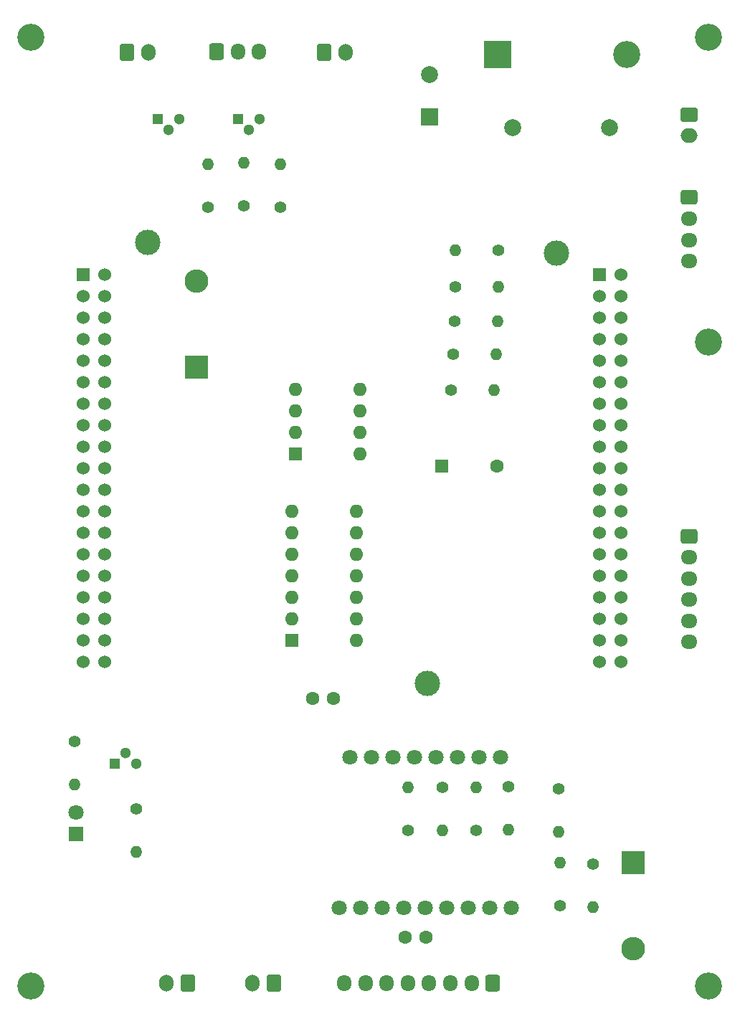
<source format=gbr>
%TF.GenerationSoftware,KiCad,Pcbnew,(7.0.0-0)*%
%TF.CreationDate,2023-03-19T23:14:05+09:00*%
%TF.ProjectId,Spct,53706374-2e6b-4696-9361-645f70636258,rev?*%
%TF.SameCoordinates,PX2540608PY1ee3f58*%
%TF.FileFunction,Soldermask,Bot*%
%TF.FilePolarity,Negative*%
%FSLAX46Y46*%
G04 Gerber Fmt 4.6, Leading zero omitted, Abs format (unit mm)*
G04 Created by KiCad (PCBNEW (7.0.0-0)) date 2023-03-19 23:14:05*
%MOMM*%
%LPD*%
G01*
G04 APERTURE LIST*
G04 Aperture macros list*
%AMRoundRect*
0 Rectangle with rounded corners*
0 $1 Rounding radius*
0 $2 $3 $4 $5 $6 $7 $8 $9 X,Y pos of 4 corners*
0 Add a 4 corners polygon primitive as box body*
4,1,4,$2,$3,$4,$5,$6,$7,$8,$9,$2,$3,0*
0 Add four circle primitives for the rounded corners*
1,1,$1+$1,$2,$3*
1,1,$1+$1,$4,$5*
1,1,$1+$1,$6,$7*
1,1,$1+$1,$8,$9*
0 Add four rect primitives between the rounded corners*
20,1,$1+$1,$2,$3,$4,$5,0*
20,1,$1+$1,$4,$5,$6,$7,0*
20,1,$1+$1,$6,$7,$8,$9,0*
20,1,$1+$1,$8,$9,$2,$3,0*%
G04 Aperture macros list end*
%ADD10C,1.530000*%
%ADD11R,1.530000X1.530000*%
%ADD12C,3.000000*%
%ADD13C,3.200000*%
%ADD14O,1.400000X1.400000*%
%ADD15C,1.400000*%
%ADD16R,1.600000X1.600000*%
%ADD17C,1.600000*%
%ADD18R,2.800000X2.800000*%
%ADD19O,2.800000X2.800000*%
%ADD20R,1.800000X1.800000*%
%ADD21C,1.800000*%
%ADD22R,1.300000X1.300000*%
%ADD23C,1.300000*%
%ADD24RoundRect,0.250000X-0.725000X0.600000X-0.725000X-0.600000X0.725000X-0.600000X0.725000X0.600000X0*%
%ADD25O,1.950000X1.700000*%
%ADD26RoundRect,0.250000X-0.750000X0.600000X-0.750000X-0.600000X0.750000X-0.600000X0.750000X0.600000X0*%
%ADD27O,2.000000X1.700000*%
%ADD28RoundRect,0.250000X0.600000X0.725000X-0.600000X0.725000X-0.600000X-0.725000X0.600000X-0.725000X0*%
%ADD29O,1.700000X1.950000*%
%ADD30C,2.000000*%
%ADD31RoundRect,0.250000X0.600000X0.750000X-0.600000X0.750000X-0.600000X-0.750000X0.600000X-0.750000X0*%
%ADD32O,1.700000X2.000000*%
%ADD33RoundRect,0.250000X-0.600000X-0.750000X0.600000X-0.750000X0.600000X0.750000X-0.600000X0.750000X0*%
%ADD34R,3.200000X3.200000*%
%ADD35O,3.200000X3.200000*%
%ADD36O,1.600000X1.600000*%
%ADD37R,2.000000X2.000000*%
%ADD38RoundRect,0.250000X-0.600000X-0.725000X0.600000X-0.725000X0.600000X0.725000X-0.600000X0.725000X0*%
G04 APERTURE END LIST*
D10*
%TO.C,U1*%
X73660000Y-77724000D03*
X71120000Y-77724000D03*
X73660000Y-75184000D03*
X71120000Y-75184000D03*
X73660000Y-72644000D03*
X71120000Y-72644000D03*
X73660000Y-70104000D03*
X71120000Y-70104000D03*
X73660000Y-67564000D03*
X71120000Y-67564000D03*
X73660000Y-65024000D03*
X71120000Y-65024000D03*
X73660000Y-62484000D03*
X71120000Y-62484000D03*
X73660000Y-59944000D03*
X71120000Y-59944000D03*
X73660000Y-57404000D03*
X71120000Y-57404000D03*
X73660000Y-54864000D03*
X71120000Y-54864000D03*
X73660000Y-52324000D03*
X71120000Y-52324000D03*
X73660000Y-49784000D03*
X71120000Y-49784000D03*
X73660000Y-47244000D03*
X71120000Y-47244000D03*
X73660000Y-44704000D03*
X71120000Y-44704000D03*
X73660000Y-42164000D03*
X71120000Y-42164000D03*
X73660000Y-39624000D03*
X71120000Y-39624000D03*
X73660000Y-37084000D03*
X71120000Y-37084000D03*
X73660000Y-34544000D03*
X71120000Y-34544000D03*
X73660000Y-32004000D03*
D11*
X71119999Y-32003999D03*
D10*
X12700000Y-77724000D03*
X10160000Y-77724000D03*
X12700000Y-75184000D03*
X10160000Y-75184000D03*
X12700000Y-72644000D03*
X10160000Y-72644000D03*
X12700000Y-70104000D03*
X10160000Y-70104000D03*
X12700000Y-67564000D03*
X10160000Y-67564000D03*
X12700000Y-65024000D03*
X10160000Y-65024000D03*
X12700000Y-62484000D03*
X10160000Y-62484000D03*
X12700000Y-59944000D03*
X10160000Y-59944000D03*
X12700000Y-57404000D03*
X10160000Y-57404000D03*
X12700000Y-54864000D03*
X10160000Y-54864000D03*
X12700000Y-52324000D03*
X10160000Y-52324000D03*
X12700000Y-49784000D03*
X10160000Y-49784000D03*
X12700000Y-47244000D03*
X10160000Y-47244000D03*
X12700000Y-44704000D03*
X10160000Y-44704000D03*
X12700000Y-42164000D03*
X10160000Y-42164000D03*
X12700000Y-39624000D03*
X10160000Y-39624000D03*
X12700000Y-37084000D03*
X10160000Y-37084000D03*
X12700000Y-34544000D03*
X10160000Y-34544000D03*
X12700000Y-32004000D03*
D11*
X10159999Y-32003999D03*
D12*
X66040000Y-29464000D03*
X50800000Y-80264000D03*
X17780000Y-28194000D03*
%TD*%
D13*
%TO.C,REF\u002A\u002A*%
X84000000Y-40000000D03*
%TD*%
%TO.C,REF\u002A\u002A*%
X84000000Y-116000000D03*
%TD*%
%TO.C,REF\u002A\u002A*%
X4000000Y-116000000D03*
%TD*%
%TO.C,REF\u002A\u002A*%
X84000000Y-4000000D03*
%TD*%
%TO.C,REF\u002A\u002A*%
X4000000Y-4000000D03*
%TD*%
D14*
%TO.C,R1*%
X54101999Y-29082999D03*
D15*
X59182000Y-29083000D03*
%TD*%
%TO.C,R7*%
X48498000Y-97636000D03*
D14*
X48497999Y-92555999D03*
%TD*%
D15*
%TO.C,R11*%
X16367000Y-95096000D03*
D14*
X16366999Y-100175999D03*
%TD*%
D15*
%TO.C,R6*%
X52562000Y-92556000D03*
D14*
X52561999Y-97635999D03*
%TD*%
D15*
%TO.C,R12*%
X54102000Y-33401000D03*
D14*
X59181999Y-33400999D03*
%TD*%
D15*
%TO.C,R4*%
X66405000Y-106526000D03*
D14*
X66404999Y-101445999D03*
%TD*%
D15*
%TO.C,R16*%
X53848000Y-41402000D03*
D14*
X58927999Y-41401999D03*
%TD*%
D15*
%TO.C,R3*%
X70342000Y-101573000D03*
D14*
X70341999Y-106652999D03*
%TD*%
D15*
%TO.C,R2*%
X66278000Y-92683000D03*
D14*
X66277999Y-97762999D03*
%TD*%
D16*
%TO.C,BZ1*%
X52502999Y-54609999D03*
D17*
X59003000Y-54610000D03*
%TD*%
D18*
%TO.C,D3*%
X75040999Y-101445999D03*
D19*
X75040999Y-111605999D03*
%TD*%
D20*
%TO.C,D4*%
X9254999Y-98021999D03*
D21*
X9255000Y-95482000D03*
%TD*%
D15*
%TO.C,R17*%
X53975000Y-37465000D03*
D14*
X59054999Y-37464999D03*
%TD*%
%TO.C,R9*%
X60308999Y-97508999D03*
D15*
X60309000Y-92429000D03*
%TD*%
%TO.C,R18*%
X53594000Y-45593000D03*
D14*
X58673999Y-45592999D03*
%TD*%
D15*
%TO.C,R5*%
X9128000Y-87095000D03*
D14*
X9127999Y-92174999D03*
%TD*%
D22*
%TO.C,Q1*%
X13826999Y-89761999D03*
D23*
X15097000Y-88492000D03*
X16367000Y-89762000D03*
%TD*%
D15*
%TO.C,R10*%
X56544600Y-97606200D03*
D14*
X56544599Y-92526199D03*
%TD*%
D17*
%TO.C,C2*%
X48137000Y-110209000D03*
X50637000Y-110209000D03*
%TD*%
D21*
%TO.C,U3*%
X59420000Y-89000000D03*
X56880000Y-89000000D03*
X54340000Y-89000000D03*
X51800000Y-89000000D03*
X49260000Y-89000000D03*
X46720000Y-89000000D03*
X44180000Y-89000000D03*
X41640000Y-89000000D03*
X40370000Y-106780000D03*
X42910000Y-106780000D03*
X45450000Y-106780000D03*
X47990000Y-106780000D03*
X50530000Y-106780000D03*
X53070000Y-106780000D03*
X55610000Y-106780000D03*
X58150000Y-106780000D03*
X60690000Y-106780000D03*
%TD*%
D24*
%TO.C,J5*%
X81700000Y-22900000D03*
D25*
X81699999Y-25399999D03*
X81699999Y-27899999D03*
X81699999Y-30399999D03*
%TD*%
D26*
%TO.C,J1*%
X81700000Y-13081000D03*
D27*
X81699999Y-15580999D03*
%TD*%
D28*
%TO.C,J3*%
X58491000Y-115624000D03*
D29*
X55990999Y-115623999D03*
X53490999Y-115623999D03*
X50990999Y-115623999D03*
X48490999Y-115623999D03*
X45990999Y-115623999D03*
X43490999Y-115623999D03*
X40990999Y-115623999D03*
%TD*%
D15*
%TO.C,R13*%
X29083000Y-23876000D03*
D14*
X29082999Y-18795999D03*
%TD*%
D18*
%TO.C,D1*%
X23494999Y-42925999D03*
D19*
X23494999Y-32765999D03*
%TD*%
D30*
%TO.C,F1*%
X60848000Y-14605000D03*
X72248000Y-14605000D03*
%TD*%
D31*
%TO.C,J8*%
X22463000Y-115624000D03*
D32*
X19962999Y-115623999D03*
%TD*%
D33*
%TO.C,J6*%
X38628000Y-5761000D03*
D32*
X41127999Y-5760999D03*
%TD*%
D34*
%TO.C,D2*%
X59079999Y-5999999D03*
D35*
X74319999Y-5999999D03*
%TD*%
D15*
%TO.C,R14*%
X24892000Y-24003000D03*
D14*
X24891999Y-18922999D03*
%TD*%
D15*
%TO.C,R8*%
X33401000Y-24003000D03*
D14*
X33400999Y-18922999D03*
%TD*%
D16*
%TO.C,U4*%
X35188999Y-53202999D03*
D36*
X35188999Y-50662999D03*
X35188999Y-48122999D03*
X35188999Y-45582999D03*
X42808999Y-45582999D03*
X42808999Y-48122999D03*
X42808999Y-50662999D03*
X42808999Y-53202999D03*
%TD*%
D22*
%TO.C,Q3*%
X28447999Y-13588999D03*
D23*
X29718000Y-14859000D03*
X30988000Y-13589000D03*
%TD*%
D31*
%TO.C,J9*%
X32643000Y-115624000D03*
D32*
X30142999Y-115623999D03*
%TD*%
D24*
%TO.C,J7*%
X81700000Y-62865000D03*
D25*
X81699999Y-65364999D03*
X81699999Y-67864999D03*
X81699999Y-70364999D03*
X81699999Y-72864999D03*
X81699999Y-75364999D03*
%TD*%
D37*
%TO.C,C1*%
X51053999Y-13416676D03*
D30*
X51054000Y-8416677D03*
%TD*%
D33*
%TO.C,J4*%
X15347000Y-5761000D03*
D32*
X17846999Y-5760999D03*
%TD*%
D17*
%TO.C,C3*%
X37231000Y-82042000D03*
X39731000Y-82042000D03*
%TD*%
D22*
%TO.C,Q2*%
X18922999Y-13588999D03*
D23*
X20193000Y-14859000D03*
X21463000Y-13589000D03*
%TD*%
D16*
%TO.C,U2*%
X34761399Y-75157599D03*
D36*
X34761399Y-72617599D03*
X34761399Y-70077599D03*
X34761399Y-67537599D03*
X34761399Y-64997599D03*
X34761399Y-62457599D03*
X34761399Y-59917599D03*
X42381399Y-59917599D03*
X42381399Y-62457599D03*
X42381399Y-64997599D03*
X42381399Y-67537599D03*
X42381399Y-70077599D03*
X42381399Y-72617599D03*
X42381399Y-75157599D03*
%TD*%
D38*
%TO.C,J2*%
X25888000Y-5680000D03*
D29*
X28387999Y-5679999D03*
X30887999Y-5679999D03*
%TD*%
M02*

</source>
